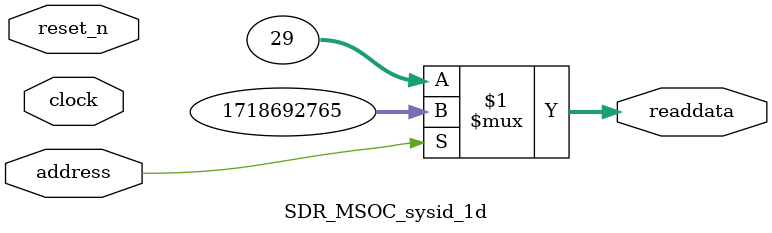
<source format=v>



// synthesis translate_off
`timescale 1ns / 1ps
// synthesis translate_on

// turn off superfluous verilog processor warnings 
// altera message_level Level1 
// altera message_off 10034 10035 10036 10037 10230 10240 10030 

module SDR_MSOC_sysid_1d (
               // inputs:
                address,
                clock,
                reset_n,

               // outputs:
                readdata
             )
;

  output  [ 31: 0] readdata;
  input            address;
  input            clock;
  input            reset_n;

  wire    [ 31: 0] readdata;
  //control_slave, which is an e_avalon_slave
  assign readdata = address ? 1718692765 : 29;

endmodule



</source>
